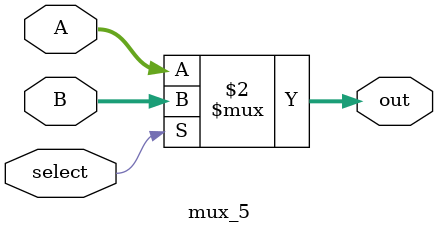
<source format=v>
module mux_5(
    input wire [4:0] A, B,
    input wire select,
    output wire [4:0] out
);

assign out = (select == 1'b1) ? B : A;

endmodule
</source>
